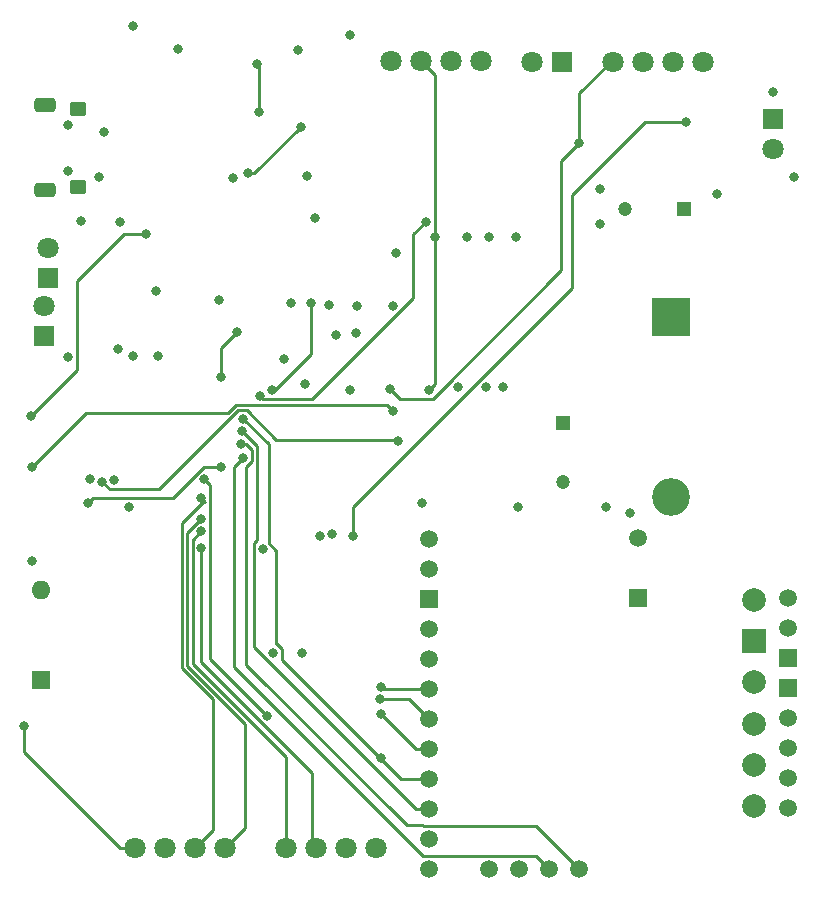
<source format=gbr>
%TF.GenerationSoftware,KiCad,Pcbnew,7.0.1-0*%
%TF.CreationDate,2023-10-30T18:15:43-04:00*%
%TF.ProjectId,WaveWise_Buoy,57617665-5769-4736-955f-42756f792e6b,rev?*%
%TF.SameCoordinates,Original*%
%TF.FileFunction,Copper,L4,Bot*%
%TF.FilePolarity,Positive*%
%FSLAX46Y46*%
G04 Gerber Fmt 4.6, Leading zero omitted, Abs format (unit mm)*
G04 Created by KiCad (PCBNEW 7.0.1-0) date 2023-10-30 18:15:43*
%MOMM*%
%LPD*%
G01*
G04 APERTURE LIST*
G04 Aperture macros list*
%AMRoundRect*
0 Rectangle with rounded corners*
0 $1 Rounding radius*
0 $2 $3 $4 $5 $6 $7 $8 $9 X,Y pos of 4 corners*
0 Add a 4 corners polygon primitive as box body*
4,1,4,$2,$3,$4,$5,$6,$7,$8,$9,$2,$3,0*
0 Add four circle primitives for the rounded corners*
1,1,$1+$1,$2,$3*
1,1,$1+$1,$4,$5*
1,1,$1+$1,$6,$7*
1,1,$1+$1,$8,$9*
0 Add four rect primitives between the rounded corners*
20,1,$1+$1,$2,$3,$4,$5,0*
20,1,$1+$1,$4,$5,$6,$7,0*
20,1,$1+$1,$6,$7,$8,$9,0*
20,1,$1+$1,$8,$9,$2,$3,0*%
G04 Aperture macros list end*
%TA.AperFunction,ComponentPad*%
%ADD10C,1.800000*%
%TD*%
%TA.AperFunction,ComponentPad*%
%ADD11C,0.800000*%
%TD*%
%TA.AperFunction,ComponentPad*%
%ADD12RoundRect,0.312500X-0.587500X0.312500X-0.587500X-0.312500X0.587500X-0.312500X0.587500X0.312500X0*%
%TD*%
%TA.AperFunction,ComponentPad*%
%ADD13RoundRect,0.312500X-0.387500X0.312500X-0.387500X-0.312500X0.387500X-0.312500X0.387500X0.312500X0*%
%TD*%
%TA.AperFunction,ComponentPad*%
%ADD14R,1.800000X1.800000*%
%TD*%
%TA.AperFunction,ComponentPad*%
%ADD15C,2.000000*%
%TD*%
%TA.AperFunction,ComponentPad*%
%ADD16C,1.500000*%
%TD*%
%TA.AperFunction,ComponentPad*%
%ADD17R,1.500000X1.500000*%
%TD*%
%TA.AperFunction,ComponentPad*%
%ADD18R,2.000000X2.000000*%
%TD*%
%TA.AperFunction,ComponentPad*%
%ADD19C,1.200000*%
%TD*%
%TA.AperFunction,ComponentPad*%
%ADD20R,1.200000X1.200000*%
%TD*%
%TA.AperFunction,ComponentPad*%
%ADD21R,1.600000X1.600000*%
%TD*%
%TA.AperFunction,ComponentPad*%
%ADD22O,1.600000X1.600000*%
%TD*%
%TA.AperFunction,ComponentPad*%
%ADD23R,3.200000X3.200000*%
%TD*%
%TA.AperFunction,ComponentPad*%
%ADD24O,3.200000X3.200000*%
%TD*%
%TA.AperFunction,ViaPad*%
%ADD25C,0.800000*%
%TD*%
%TA.AperFunction,Conductor*%
%ADD26C,0.250000*%
%TD*%
G04 APERTURE END LIST*
D10*
%TO.P,J6,1,Pin_1*%
%TO.N,+5V*%
X166060000Y-54700000D03*
%TO.P,J6,2,Pin_2*%
%TO.N,uC_TX*%
X168600000Y-54700000D03*
%TO.P,J6,3,Pin_3*%
%TO.N,uC_RX*%
X171140000Y-54700000D03*
%TO.P,J6,4,Pin_4*%
%TO.N,GND*%
X173680000Y-54700000D03*
%TD*%
D11*
%TO.P,J3,1,VBUS*%
%TO.N,+5V*%
X138684000Y-60071000D03*
X138684000Y-63971000D03*
D12*
%TO.P,J3,6,Shield*%
%TO.N,GND*%
X136784000Y-58421000D03*
D13*
X139584000Y-58721000D03*
X139584000Y-65321000D03*
D12*
X136784000Y-65621000D03*
%TD*%
D14*
%TO.P,D1,1,K*%
%TO.N,Net-(D1-K)*%
X136652000Y-77983000D03*
D10*
%TO.P,D1,2,A*%
%TO.N,Net-(D1-A)*%
X136652000Y-75443000D03*
%TD*%
%TO.P,J5,1,Pin_1*%
%TO.N,+5V*%
X192480000Y-54730000D03*
%TO.P,J5,2,Pin_2*%
%TO.N,uC_TX*%
X189940000Y-54730000D03*
%TO.P,J5,3,Pin_3*%
%TO.N,uC_RX*%
X187400000Y-54730000D03*
%TO.P,J5,4,Pin_4*%
%TO.N,SCK0*%
X184860000Y-54730000D03*
%TD*%
D14*
%TO.P,D2,1,K*%
%TO.N,Net-(D2-K)*%
X137033000Y-73030000D03*
D10*
%TO.P,D2,2,A*%
%TO.N,Net-(D2-A)*%
X137033000Y-70490000D03*
%TD*%
D15*
%TO.P,U2,1,Vin*%
%TO.N,+BATT*%
X196810300Y-100280800D03*
D16*
X199705900Y-100128400D03*
X199705900Y-102668400D03*
D15*
%TO.P,U2,2,AOUT1*%
%TO.N,Net-(J4-Pin_4)*%
X196810300Y-107280800D03*
D16*
X199705900Y-110288400D03*
D15*
%TO.P,U2,3,AOUT2*%
%TO.N,Net-(J4-Pin_3)*%
X196810300Y-110780800D03*
D16*
X199705900Y-112828400D03*
D15*
%TO.P,U2,4,BOUT1*%
%TO.N,Net-(J4-Pin_2)*%
X196810300Y-114280800D03*
D16*
X199705900Y-115368400D03*
D15*
%TO.P,U2,5,BOUT2*%
%TO.N,Net-(J4-Pin_1)*%
X196810300Y-117780800D03*
D16*
X199705900Y-117908400D03*
%TO.P,U2,6,BEMF*%
%TO.N,BEMF*%
X181951300Y-123064600D03*
%TO.P,U2,7,~STALL*%
%TO.N,STALL*%
X179411300Y-123064600D03*
%TO.P,U2,8,BIN2*%
%TO.N,unconnected-(U2-BIN2-Pad8)*%
X176871300Y-123064600D03*
%TO.P,U2,9,BIN1*%
%TO.N,unconnected-(U2-BIN1-Pad9)*%
X174331300Y-123064600D03*
%TO.P,U2,10,~FLT*%
%TO.N,~MTR_FAULT*%
X169251300Y-123064600D03*
%TO.P,U2,11,RST*%
%TO.N,~MTR_RST*%
X169251300Y-120524600D03*
%TO.P,U2,12,~SLP*%
%TO.N,~SLP*%
X169251300Y-117984600D03*
%TO.P,U2,13,SCS*%
%TO.N,SCS*%
X169251300Y-115444600D03*
%TO.P,U2,14,SCLK*%
%TO.N,CLK*%
X169251300Y-112904600D03*
%TO.P,U2,15,SDATI*%
%TO.N,MOSI1*%
X169251300Y-110364600D03*
%TO.P,U2,16,SDATO*%
%TO.N,MISO1*%
X169251300Y-107824600D03*
%TO.P,U2,17,DIR*%
%TO.N,unconnected-(U2-DIR-Pad17)*%
X169251300Y-105284600D03*
%TO.P,U2,18,STEP*%
%TO.N,unconnected-(U2-STEP-Pad18)*%
X169251300Y-102744600D03*
%TO.P,U2,19,ICREF*%
%TO.N,unconnected-(U2-ICREF-Pad19)*%
X169251300Y-97664600D03*
%TO.P,U2,20,V5(OUT)*%
%TO.N,unconnected-(U2-V5(OUT)-Pad20)*%
X169251300Y-95124600D03*
%TO.P,U2,21,VM*%
%TO.N,unconnected-(U2-VM-Pad21)*%
X187005900Y-95048400D03*
D17*
%TO.P,U2,22,GND*%
%TO.N,GND*%
X169251300Y-100204600D03*
X187005900Y-100128400D03*
D18*
X196810300Y-103780800D03*
D17*
X199705900Y-105208400D03*
X199705900Y-107748400D03*
%TD*%
D10*
%TO.P,J10,1,Pin_1*%
%TO.N,EXTGPIO3*%
X157180000Y-121300000D03*
%TO.P,J10,2,Pin_2*%
%TO.N,EXTGPIO4*%
X159720000Y-121300000D03*
%TO.P,J10,3,Pin_3*%
%TO.N,EXTGPIO5*%
X162260000Y-121300000D03*
%TO.P,J10,4,Pin_4*%
%TO.N,GND*%
X164800000Y-121300000D03*
%TD*%
D14*
%TO.P,J8,1,Pin_1*%
%TO.N,RESET*%
X180560000Y-54750000D03*
D10*
%TO.P,J8,2,Pin_2*%
%TO.N,GND*%
X178020000Y-54750000D03*
%TD*%
D19*
%TO.P,C3,N*%
%TO.N,GND*%
X185884500Y-67183000D03*
D20*
%TO.P,C3,P*%
%TO.N,+5V*%
X190884500Y-67183000D03*
%TD*%
D19*
%TO.P,C6,N*%
%TO.N,GND*%
X180594000Y-90340500D03*
D20*
%TO.P,C6,P*%
%TO.N,+BATT*%
X180594000Y-85340500D03*
%TD*%
D21*
%TO.P,D3,1,K*%
%TO.N,+5V*%
X136398000Y-107061000D03*
D22*
%TO.P,D3,2,A*%
%TO.N,Net-(D3-A)*%
X136398000Y-99441000D03*
%TD*%
D23*
%TO.P,D4,1,K*%
%TO.N,Net-(D4-K)*%
X189738000Y-76327000D03*
D24*
%TO.P,D4,2,A*%
%TO.N,GND*%
X189738000Y-91567000D03*
%TD*%
D14*
%TO.P,J7,1,Pin_1*%
%TO.N,BUTTON*%
X198374000Y-59563000D03*
D10*
%TO.P,J7,2,Pin_2*%
%TO.N,GND*%
X198374000Y-62103000D03*
%TD*%
%TO.P,J9,1,Pin_1*%
%TO.N,+3V3*%
X144380000Y-121300000D03*
%TO.P,J9,2,Pin_2*%
%TO.N,+5V*%
X146920000Y-121300000D03*
%TO.P,J9,3,Pin_3*%
%TO.N,EXTGPIO1*%
X149460000Y-121300000D03*
%TO.P,J9,4,Pin_4*%
%TO.N,EXTGPIO2*%
X152000000Y-121300000D03*
%TD*%
D25*
%TO.N,+3V3*%
X135001000Y-110998000D03*
X145286949Y-69343051D03*
X135598500Y-84709000D03*
%TO.N,GND*%
X151511000Y-74930000D03*
X163195000Y-75438000D03*
X162597000Y-52478500D03*
X161036000Y-94742000D03*
X142621000Y-90170000D03*
X176657000Y-69596000D03*
X159639000Y-67945000D03*
X147992000Y-53621500D03*
X158496000Y-104775000D03*
X198374000Y-57277000D03*
X174117000Y-82296000D03*
X171704000Y-82296000D03*
X142925800Y-79019400D03*
X172466000Y-69596000D03*
X174371000Y-69596000D03*
X158152000Y-53748500D03*
X144182000Y-51716500D03*
X146354800Y-79654400D03*
X156083000Y-104775000D03*
X184277000Y-92456000D03*
X158914000Y-64416500D03*
X138684000Y-79756000D03*
X176784000Y-92456000D03*
X160782000Y-75311000D03*
X156972000Y-79883000D03*
X141351000Y-64516000D03*
X155194000Y-96012000D03*
X166238701Y-75433701D03*
X183769000Y-65532000D03*
X183769000Y-68453000D03*
X152691000Y-64543500D03*
X158750000Y-82042000D03*
X163068000Y-77724000D03*
X175514000Y-82296000D03*
X168656000Y-92075000D03*
X186309000Y-92964000D03*
X135636000Y-97028000D03*
%TO.N,+5V*%
X157607000Y-75184000D03*
X143129000Y-68326000D03*
X200152000Y-64516000D03*
X193675000Y-65913000D03*
X139827000Y-68199000D03*
X161417000Y-77851000D03*
X160020000Y-94869000D03*
X140589000Y-90043000D03*
X143840200Y-92407100D03*
X146126200Y-74152800D03*
X166471600Y-70967600D03*
X141732000Y-60706000D03*
X162560000Y-82550000D03*
X144178500Y-79611701D03*
%TO.N,RESET*%
X151638000Y-89027000D03*
X140411200Y-92102300D03*
X169037000Y-68326000D03*
X154940000Y-82999500D03*
%TO.N,BEMF*%
X153378500Y-87122000D03*
%TO.N,STALL*%
X153543000Y-88265000D03*
%TO.N,~SLP*%
X153416000Y-85979000D03*
%TO.N,SCS*%
X165227000Y-113665000D03*
X153543000Y-84963000D03*
%TO.N,CLK*%
X155956000Y-82550000D03*
X155575000Y-110109000D03*
X165227000Y-109982000D03*
X159258000Y-75184000D03*
X150252500Y-90043000D03*
%TO.N,SD_CMD*%
X154850000Y-58955500D03*
X154723000Y-54891500D03*
%TO.N,SD_DAT0*%
X158406000Y-60225500D03*
X153936605Y-64195330D03*
%TO.N,uC_RX*%
X135636000Y-89027000D03*
X166243000Y-84328000D03*
%TO.N,SCK0*%
X165989000Y-82423000D03*
X181991000Y-61595000D03*
%TO.N,BUTTON*%
X162814000Y-94869000D03*
X191008000Y-59817000D03*
%TO.N,EXTGPIO1*%
X149987000Y-91694000D03*
%TO.N,EXTGPIO2*%
X149987000Y-93472000D03*
%TO.N,uC_TX*%
X169799000Y-69596000D03*
X169291000Y-82550000D03*
%TO.N,MOSI1*%
X151638000Y-81407000D03*
X165100000Y-108712000D03*
X153035000Y-77597000D03*
%TO.N,MISO1*%
X165227000Y-107696000D03*
%TO.N,EXTGPIO3*%
X149987000Y-94488000D03*
%TO.N,EXTGPIO4*%
X149987000Y-95885000D03*
%TO.N,Net-(U5-RXD)*%
X166624000Y-86868000D03*
X141605000Y-90297000D03*
%TD*%
D26*
%TO.N,SCK0*%
X181991000Y-61595000D02*
X181991000Y-57404000D01*
X181991000Y-57404000D02*
X184665000Y-54730000D01*
X184665000Y-54730000D02*
X184860000Y-54730000D01*
%TO.N,uC_TX*%
X169799000Y-69596000D02*
X169799000Y-55899000D01*
X169799000Y-55899000D02*
X168600000Y-54700000D01*
%TO.N,EXTGPIO4*%
X149987000Y-95885000D02*
X149987000Y-105546305D01*
X149987000Y-105546305D02*
X159385000Y-114944305D01*
X159385000Y-114944305D02*
X159385000Y-120965000D01*
X159385000Y-120965000D02*
X159720000Y-121300000D01*
%TO.N,EXTGPIO3*%
X149987000Y-94488000D02*
X149262000Y-95213000D01*
X149262000Y-95213000D02*
X149262000Y-105701000D01*
X149262000Y-105701000D02*
X157180000Y-113619000D01*
X157180000Y-113619000D02*
X157180000Y-120950000D01*
%TO.N,EXTGPIO2*%
X153710000Y-110785396D02*
X153710000Y-119590000D01*
X153710000Y-119590000D02*
X152000000Y-121300000D01*
%TO.N,EXTGPIO1*%
X151010000Y-116300000D02*
X151010000Y-119750000D01*
X151010000Y-119750000D02*
X149460000Y-121300000D01*
%TO.N,+3V3*%
X143129000Y-121285000D02*
X144365000Y-121285000D01*
X144365000Y-121285000D02*
X144380000Y-121300000D01*
%TO.N,EXTGPIO2*%
X149919695Y-93530000D02*
X148812000Y-94637695D01*
X148812000Y-94637695D02*
X148812000Y-105887396D01*
X148812000Y-105887396D02*
X153710000Y-110785396D01*
%TO.N,EXTGPIO1*%
X149987000Y-91694000D02*
X150299000Y-92006000D01*
X150299000Y-92006000D02*
X150173695Y-92006000D01*
X148362000Y-93817695D02*
X148362000Y-106073792D01*
X150173695Y-92006000D02*
X148362000Y-93817695D01*
X148362000Y-106073792D02*
X151010000Y-108721792D01*
X151010000Y-108721792D02*
X151010000Y-116300000D01*
%TO.N,+3V3*%
X145286949Y-69343051D02*
X143433644Y-69343051D01*
X139446000Y-80861500D02*
X135598500Y-84709000D01*
X135001000Y-110998000D02*
X135001000Y-113157000D01*
X139446000Y-73330695D02*
X139446000Y-80861500D01*
X143433644Y-69343051D02*
X139446000Y-73330695D01*
X135001000Y-113157000D02*
X143129000Y-121285000D01*
%TO.N,RESET*%
X140411200Y-92102300D02*
X140831400Y-91682100D01*
X140831400Y-91682100D02*
X147588095Y-91682100D01*
X167939000Y-69297000D02*
X169037000Y-68326000D01*
X167939000Y-74758000D02*
X167939000Y-69297000D01*
X159385000Y-83312000D02*
X167939000Y-74758000D01*
X147588095Y-91682100D02*
X150243195Y-89027000D01*
X154940000Y-82999500D02*
X155252500Y-83312000D01*
X150243195Y-89027000D02*
X151638000Y-89027000D01*
X155252500Y-83312000D02*
X159385000Y-83312000D01*
%TO.N,BEMF*%
X153797000Y-105791000D02*
X167386000Y-119380000D01*
X167386000Y-119380000D02*
X168736420Y-119380000D01*
X178336300Y-119449600D02*
X181951300Y-123064600D01*
X154268000Y-87630000D02*
X154268000Y-88565305D01*
X153378500Y-87122000D02*
X153760000Y-87122000D01*
X168806020Y-119449600D02*
X178336300Y-119449600D01*
X154268000Y-88565305D02*
X153797000Y-89036305D01*
X153797000Y-89036305D02*
X153797000Y-105791000D01*
X153760000Y-87122000D02*
X154268000Y-87630000D01*
X168736420Y-119380000D02*
X168806020Y-119449600D01*
%TO.N,STALL*%
X153543000Y-88265000D02*
X152781000Y-89027000D01*
X152781000Y-105964580D02*
X168806020Y-121989600D01*
X152781000Y-89027000D02*
X152781000Y-105964580D01*
X168806020Y-121989600D02*
X178336300Y-121989600D01*
X178336300Y-121989600D02*
X179411300Y-123064600D01*
%TO.N,~SLP*%
X153416000Y-85979000D02*
X154718000Y-87281000D01*
X154718000Y-95218000D02*
X154469000Y-95467000D01*
X168149600Y-117984600D02*
X169251300Y-117984600D01*
X154718000Y-87281000D02*
X154718000Y-95218000D01*
X154469000Y-104304000D02*
X168149600Y-117984600D01*
X154469000Y-95467000D02*
X154469000Y-104304000D01*
%TO.N,SCS*%
X165227000Y-113792000D02*
X166879600Y-115444600D01*
X156808000Y-104474695D02*
X156808000Y-105373000D01*
X156383305Y-104050000D02*
X156808000Y-104474695D01*
X156337000Y-104050000D02*
X156383305Y-104050000D01*
X156337000Y-96129695D02*
X156337000Y-104050000D01*
X156808000Y-105373000D02*
X165100000Y-113665000D01*
X165227000Y-113665000D02*
X165227000Y-113792000D01*
X166879600Y-115444600D02*
X169251300Y-115444600D01*
X165100000Y-113665000D02*
X165227000Y-113665000D01*
X155702000Y-87122000D02*
X155702000Y-95494695D01*
X153543000Y-84963000D02*
X155702000Y-87122000D01*
X155702000Y-95494695D02*
X156337000Y-96129695D01*
%TO.N,CLK*%
X168149600Y-112904600D02*
X169251300Y-112904600D01*
X150749000Y-90539500D02*
X150749000Y-105283000D01*
X165227000Y-109982000D02*
X168149600Y-112904600D01*
X150252500Y-90043000D02*
X150749000Y-90539500D01*
X150749000Y-105283000D02*
X155575000Y-110109000D01*
X159258000Y-79511305D02*
X159258000Y-75184000D01*
X155956000Y-82550000D02*
X156219305Y-82550000D01*
X156219305Y-82550000D02*
X159258000Y-79511305D01*
%TO.N,SD_CMD*%
X154850000Y-58955500D02*
X154850000Y-55145500D01*
X154850000Y-55145500D02*
X154723000Y-54891500D01*
X154723000Y-54891500D02*
X154723000Y-55018500D01*
%TO.N,SD_DAT0*%
X153936605Y-64195330D02*
X154436170Y-64195330D01*
X154436170Y-64195330D02*
X158406000Y-60225500D01*
%TO.N,uC_RX*%
X152938604Y-83788000D02*
X152271604Y-84455000D01*
X166243000Y-84328000D02*
X165703000Y-83788000D01*
X165703000Y-83788000D02*
X152938604Y-83788000D01*
X152271604Y-84455000D02*
X140208000Y-84455000D01*
X140208000Y-84455000D02*
X135636000Y-89027000D01*
%TO.N,SCK0*%
X170016000Y-82850305D02*
X169591305Y-83275000D01*
X169591305Y-83275000D02*
X166841000Y-83275000D01*
X170016000Y-82841000D02*
X170016000Y-82850305D01*
X180467000Y-63119000D02*
X180467000Y-72390000D01*
X181991000Y-61595000D02*
X180467000Y-63119000D01*
X180467000Y-72390000D02*
X170016000Y-82841000D01*
X166841000Y-83275000D02*
X165989000Y-82423000D01*
%TO.N,BUTTON*%
X191008000Y-59817000D02*
X187579000Y-59817000D01*
X181356000Y-66040000D02*
X181356000Y-73914000D01*
X162814000Y-92456000D02*
X162814000Y-94869000D01*
X187579000Y-59817000D02*
X181356000Y-66040000D01*
X181356000Y-73914000D02*
X162814000Y-92456000D01*
%TO.N,uC_TX*%
X169799000Y-69596000D02*
X169799000Y-82042000D01*
X169799000Y-82042000D02*
X169291000Y-82550000D01*
%TO.N,MOSI1*%
X153035000Y-77597000D02*
X151638000Y-78994000D01*
X167598700Y-108712000D02*
X169251300Y-110364600D01*
X165100000Y-108712000D02*
X167598700Y-108712000D01*
X151638000Y-78994000D02*
X151638000Y-81407000D01*
%TO.N,MISO1*%
X165355600Y-107824600D02*
X169251300Y-107824600D01*
X165227000Y-107696000D02*
X165355600Y-107824600D01*
%TO.N,Net-(U5-RXD)*%
X166497000Y-86741000D02*
X156346305Y-86741000D01*
X156346305Y-86741000D02*
X153843305Y-84238000D01*
X142240000Y-90932000D02*
X141605000Y-90297000D01*
X153843305Y-84238000D02*
X153125000Y-84238000D01*
X153125000Y-84238000D02*
X146431000Y-90932000D01*
X166624000Y-86868000D02*
X166497000Y-86741000D01*
X146431000Y-90932000D02*
X142240000Y-90932000D01*
%TD*%
M02*

</source>
